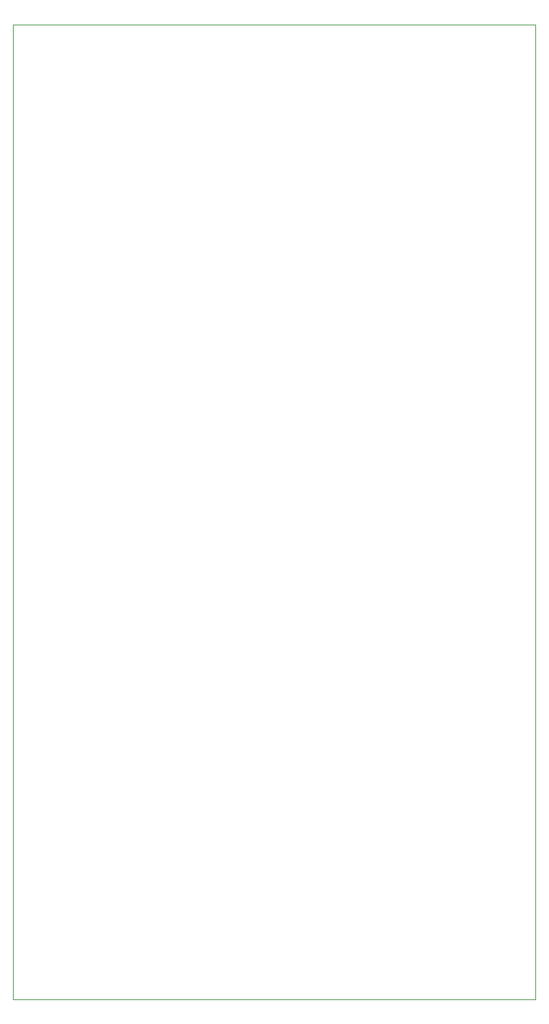
<source format=gbr>
G04 #@! TF.GenerationSoftware,KiCad,Pcbnew,5.1.5+dfsg1-2build2*
G04 #@! TF.CreationDate,2021-03-26T16:18:19-07:00*
G04 #@! TF.ProjectId,ssrcontroller_mcu,73737263-6f6e-4747-926f-6c6c65725f6d,rev?*
G04 #@! TF.SameCoordinates,Original*
G04 #@! TF.FileFunction,Profile,NP*
%FSLAX46Y46*%
G04 Gerber Fmt 4.6, Leading zero omitted, Abs format (unit mm)*
G04 Created by KiCad (PCBNEW 5.1.5+dfsg1-2build2) date 2021-03-26 16:18:19*
%MOMM*%
%LPD*%
G04 APERTURE LIST*
%ADD10C,0.050000*%
G04 APERTURE END LIST*
D10*
X44450000Y-59690000D02*
X109220000Y-59690000D01*
X44450000Y-180340000D02*
X44450000Y-59690000D01*
X109220000Y-180340000D02*
X109220000Y-59690000D01*
X44450000Y-180340000D02*
X109220000Y-180340000D01*
M02*

</source>
